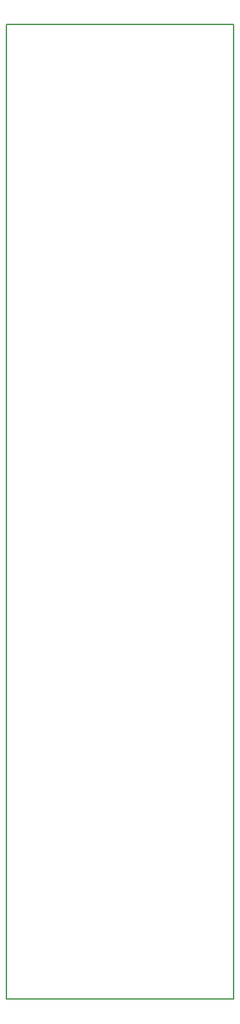
<source format=gbr>
G04 #@! TF.GenerationSoftware,KiCad,Pcbnew,(5.0.0-rc2-47-g52fceb3)*
G04 #@! TF.CreationDate,2018-06-13T16:43:58-05:00*
G04 #@! TF.ProjectId,nearness_att_panel,6E6561726E6573735F6174745F70616E,rev?*
G04 #@! TF.SameCoordinates,Original*
G04 #@! TF.FileFunction,Profile,NP*
%FSLAX46Y46*%
G04 Gerber Fmt 4.6, Leading zero omitted, Abs format (unit mm)*
G04 Created by KiCad (PCBNEW (5.0.0-rc2-47-g52fceb3)) date Wednesday, June 13, 2018 at 04:43:58 PM*
%MOMM*%
%LPD*%
G01*
G04 APERTURE LIST*
%ADD10C,0.150000*%
G04 APERTURE END LIST*
D10*
X0Y-128500000D02*
X30000000Y-128500000D01*
X0Y0D02*
X0Y-128500000D01*
X30000000Y0D02*
X30000000Y-128500000D01*
X0Y0D02*
X30000000Y0D01*
M02*

</source>
